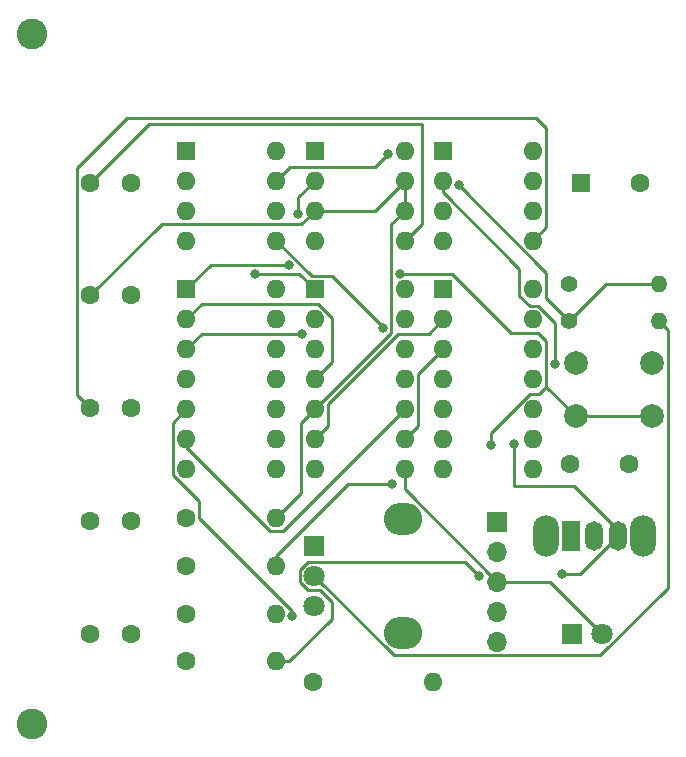
<source format=gbr>
%TF.GenerationSoftware,KiCad,Pcbnew,(7.0.0)*%
%TF.CreationDate,2023-02-28T14:37:34-05:00*%
%TF.ProjectId,8bc_clock_4,3862635f-636c-46f6-936b-5f342e6b6963,rev?*%
%TF.SameCoordinates,Original*%
%TF.FileFunction,Copper,L1,Top*%
%TF.FilePolarity,Positive*%
%FSLAX46Y46*%
G04 Gerber Fmt 4.6, Leading zero omitted, Abs format (unit mm)*
G04 Created by KiCad (PCBNEW (7.0.0)) date 2023-02-28 14:37:34*
%MOMM*%
%LPD*%
G01*
G04 APERTURE LIST*
%TA.AperFunction,ComponentPad*%
%ADD10C,1.400000*%
%TD*%
%TA.AperFunction,ComponentPad*%
%ADD11O,1.400000X1.400000*%
%TD*%
%TA.AperFunction,ComponentPad*%
%ADD12C,1.600000*%
%TD*%
%TA.AperFunction,ComponentPad*%
%ADD13C,2.600000*%
%TD*%
%TA.AperFunction,ComponentPad*%
%ADD14R,1.600000X1.600000*%
%TD*%
%TA.AperFunction,ComponentPad*%
%ADD15O,1.600000X1.600000*%
%TD*%
%TA.AperFunction,ComponentPad*%
%ADD16C,2.000000*%
%TD*%
%TA.AperFunction,ComponentPad*%
%ADD17O,3.240000X2.720000*%
%TD*%
%TA.AperFunction,ComponentPad*%
%ADD18R,1.800000X1.800000*%
%TD*%
%TA.AperFunction,ComponentPad*%
%ADD19C,1.800000*%
%TD*%
%TA.AperFunction,ComponentPad*%
%ADD20R,1.700000X1.700000*%
%TD*%
%TA.AperFunction,ComponentPad*%
%ADD21O,1.700000X1.700000*%
%TD*%
%TA.AperFunction,ComponentPad*%
%ADD22O,2.200000X3.500000*%
%TD*%
%TA.AperFunction,ComponentPad*%
%ADD23R,1.500000X2.500000*%
%TD*%
%TA.AperFunction,ComponentPad*%
%ADD24O,1.500000X2.500000*%
%TD*%
%TA.AperFunction,ViaPad*%
%ADD25C,0.800000*%
%TD*%
%TA.AperFunction,Conductor*%
%ADD26C,0.250000*%
%TD*%
G04 APERTURE END LIST*
D10*
%TO.P,R1,1*%
%TO.N,+5V*%
X152180000Y-74500000D03*
D11*
%TO.P,R1,2*%
%TO.N,Net-(U1-DIS)*%
X159799999Y-74499999D03*
%TD*%
D12*
%TO.P,C7,1*%
%TO.N,GND*%
X111630000Y-104150000D03*
%TO.P,C7,2*%
%TO.N,+5V*%
X115130000Y-104150000D03*
%TD*%
D13*
%TO.P,REF\u002A\u002A\u002A,1*%
%TO.N,N/C*%
X106680000Y-111760000D03*
%TD*%
D14*
%TO.P,U3,1,GND*%
%TO.N,GND*%
X141479999Y-63249999D03*
D15*
%TO.P,U3,2,TR*%
%TO.N,Net-(SW1-A)*%
X141479999Y-65789999D03*
%TO.P,U3,3,Q*%
%TO.N,Net-(U3-Q)*%
X141479999Y-68329999D03*
%TO.P,U3,4,R*%
%TO.N,Net-(SW1-C)*%
X141479999Y-70869999D03*
%TO.P,U3,5,CV*%
%TO.N,Net-(U3-CV)*%
X149099999Y-70869999D03*
%TO.P,U3,6,THR*%
%TO.N,GND*%
X149099999Y-68329999D03*
%TO.P,U3,7,DIS*%
%TO.N,unconnected-(U3-DIS-Pad7)*%
X149099999Y-65789999D03*
%TO.P,U3,8,VCC*%
%TO.N,+5V*%
X149099999Y-63249999D03*
%TD*%
D14*
%TO.P,C2,1*%
%TO.N,Net-(U1-THR)*%
X153174697Y-65949999D03*
D12*
%TO.P,C2,2*%
%TO.N,GND*%
X158174698Y-65950000D03*
%TD*%
%TO.P,R5,1*%
%TO.N,+5V*%
X119730000Y-102450000D03*
D15*
%TO.P,R5,2*%
%TO.N,Net-(SW1-A)*%
X127349999Y-102449999D03*
%TD*%
D14*
%TO.P,U5,1*%
%TO.N,Net-(U1-Q)*%
X130629999Y-74999999D03*
D15*
%TO.P,U5,2*%
%TO.N,Net-(U3-Q)*%
X130629999Y-77539999D03*
%TO.P,U5,3*%
%TO.N,Net-(U5-Pad3)*%
X130629999Y-80079999D03*
%TO.P,U5,4*%
%TO.N,Net-(U4-Pad2)*%
X130629999Y-82619999D03*
%TO.P,U5,5*%
%TO.N,Net-(U2-DIS)*%
X130629999Y-85159999D03*
%TO.P,U5,6*%
%TO.N,Net-(U5-Pad6)*%
X130629999Y-87699999D03*
%TO.P,U5,7,GND*%
%TO.N,GND*%
X130629999Y-90239999D03*
%TO.P,U5,8*%
%TO.N,CLK*%
X138249999Y-90239999D03*
%TO.P,U5,9*%
%TO.N,Net-(U5-Pad9)*%
X138249999Y-87699999D03*
%TO.P,U5,10*%
%TO.N,Net-(U4-Pad6)*%
X138249999Y-85159999D03*
%TO.P,U5,11*%
%TO.N,unconnected-(U5-Pad11)*%
X138249999Y-82619999D03*
%TO.P,U5,12*%
%TO.N,unconnected-(U5-Pad12)*%
X138249999Y-80079999D03*
%TO.P,U5,13*%
%TO.N,unconnected-(U5-Pad13)*%
X138249999Y-77539999D03*
%TO.P,U5,14,VCC*%
%TO.N,+5V*%
X138249999Y-74999999D03*
%TD*%
D14*
%TO.P,U2,1,GND*%
%TO.N,GND*%
X130629999Y-63249999D03*
D15*
%TO.P,U2,2,TR*%
%TO.N,Net-(U2-TR)*%
X130629999Y-65789999D03*
%TO.P,U2,3,Q*%
%TO.N,Net-(U2-DIS)*%
X130629999Y-68329999D03*
%TO.P,U2,4,R*%
%TO.N,+5V*%
X130629999Y-70869999D03*
%TO.P,U2,5,CV*%
%TO.N,Net-(U2-CV)*%
X138249999Y-70869999D03*
%TO.P,U2,6,THR*%
%TO.N,Net-(U2-DIS)*%
X138249999Y-68329999D03*
%TO.P,U2,7,DIS*%
X138249999Y-65789999D03*
%TO.P,U2,8,VCC*%
%TO.N,+5V*%
X138249999Y-63249999D03*
%TD*%
D12*
%TO.P,C6,1*%
%TO.N,+5V*%
X111630000Y-94600000D03*
%TO.P,C6,2*%
%TO.N,GND*%
X115130000Y-94600000D03*
%TD*%
%TO.P,R3,1*%
%TO.N,+5V*%
X119730000Y-94350000D03*
D15*
%TO.P,R3,2*%
%TO.N,Net-(U2-DIS)*%
X127349999Y-94349999D03*
%TD*%
D14*
%TO.P,U6,1*%
%TO.N,Net-(U5-Pad3)*%
X141479999Y-74999999D03*
D15*
%TO.P,U6,2*%
%TO.N,Net-(U5-Pad6)*%
X141479999Y-77539999D03*
%TO.P,U6,3*%
%TO.N,Net-(U5-Pad9)*%
X141479999Y-80079999D03*
%TO.P,U6,4*%
%TO.N,unconnected-(U6-Pad4)*%
X141479999Y-82619999D03*
%TO.P,U6,5*%
%TO.N,unconnected-(U6-Pad5)*%
X141479999Y-85159999D03*
%TO.P,U6,6*%
%TO.N,unconnected-(U6-Pad6)*%
X141479999Y-87699999D03*
%TO.P,U6,7,GND*%
%TO.N,GND*%
X141479999Y-90239999D03*
%TO.P,U6,8*%
%TO.N,unconnected-(U6-Pad8)*%
X149099999Y-90239999D03*
%TO.P,U6,9*%
%TO.N,unconnected-(U6-Pad9)*%
X149099999Y-87699999D03*
%TO.P,U6,10*%
%TO.N,unconnected-(U6-Pad10)*%
X149099999Y-85159999D03*
%TO.P,U6,11*%
%TO.N,unconnected-(U6-Pad11)*%
X149099999Y-82619999D03*
%TO.P,U6,12*%
%TO.N,unconnected-(U6-Pad12)*%
X149099999Y-80079999D03*
%TO.P,U6,13*%
%TO.N,unconnected-(U6-Pad13)*%
X149099999Y-77539999D03*
%TO.P,U6,14,VCC*%
%TO.N,+5V*%
X149099999Y-74999999D03*
%TD*%
D12*
%TO.P,C4,1*%
%TO.N,Net-(U2-DIS)*%
X111630000Y-75500000D03*
%TO.P,C4,2*%
%TO.N,GND*%
X115130000Y-75500000D03*
%TD*%
%TO.P,R4,1*%
%TO.N,+5V*%
X119730000Y-98400000D03*
D15*
%TO.P,R4,2*%
%TO.N,Net-(U2-TR)*%
X127349999Y-98399999D03*
%TD*%
D16*
%TO.P,SW2,1*%
%TO.N,GND*%
X152730000Y-81250000D03*
X159230000Y-81250000D03*
%TO.P,SW2,2*%
%TO.N,Net-(U2-TR)*%
X152730000Y-85750000D03*
X159230000Y-85750000D03*
%TD*%
D17*
%TO.P,RV1,*%
%TO.N,*%
X138099999Y-94459999D03*
X138099999Y-104059999D03*
D18*
%TO.P,RV1,1,1*%
%TO.N,unconnected-(RV1-Pad1)*%
X130599999Y-96759999D03*
D19*
%TO.P,RV1,2,2*%
%TO.N,Net-(R2-Pad2)*%
X130600000Y-99260000D03*
%TO.P,RV1,3,3*%
%TO.N,Net-(U1-THR)*%
X130600000Y-101760000D03*
%TD*%
D13*
%TO.P,REF\u002A\u002A,1*%
%TO.N,N/C*%
X106680000Y-53340000D03*
%TD*%
D18*
%TO.P,D1,1,K*%
%TO.N,Net-(D1-K)*%
X152399999Y-104139999D03*
D19*
%TO.P,D1,2,A*%
%TO.N,CLK*%
X154940000Y-104140000D03*
%TD*%
D12*
%TO.P,C3,1*%
%TO.N,Net-(U2-CV)*%
X111630000Y-65950000D03*
%TO.P,C3,2*%
%TO.N,GND*%
X115130000Y-65950000D03*
%TD*%
D20*
%TO.P,J1,1,Pin_1*%
%TO.N,+5V*%
X146049999Y-94649999D03*
D21*
%TO.P,J1,2,Pin_2*%
%TO.N,GND*%
X146049999Y-97189999D03*
%TO.P,J1,3,Pin_3*%
%TO.N,CLK*%
X146049999Y-99729999D03*
%TO.P,J1,4,Pin_4*%
%TO.N,!CLK*%
X146049999Y-102269999D03*
%TO.P,J1,5,Pin_5*%
%TO.N,HLT*%
X146049999Y-104809999D03*
%TD*%
D12*
%TO.P,R6,1*%
%TO.N,+5V*%
X119730000Y-106500000D03*
D15*
%TO.P,R6,2*%
%TO.N,Net-(SW1-C)*%
X127349999Y-106499999D03*
%TD*%
D12*
%TO.P,R7,1*%
%TO.N,GND*%
X130500000Y-108220000D03*
D15*
%TO.P,R7,2*%
%TO.N,Net-(D1-K)*%
X140659999Y-108219999D03*
%TD*%
D22*
%TO.P,SW1,*%
%TO.N,*%
X150199999Y-95844999D03*
X158399999Y-95844999D03*
D23*
%TO.P,SW1,1,A*%
%TO.N,Net-(SW1-A)*%
X152299999Y-95844999D03*
D24*
%TO.P,SW1,2,B*%
%TO.N,GND*%
X154299999Y-95844999D03*
%TO.P,SW1,3,C*%
%TO.N,Net-(SW1-C)*%
X156299999Y-95844999D03*
%TD*%
D14*
%TO.P,U1,1,GND*%
%TO.N,GND*%
X119779999Y-63249999D03*
D15*
%TO.P,U1,2,TR*%
%TO.N,Net-(U1-THR)*%
X119779999Y-65789999D03*
%TO.P,U1,3,Q*%
%TO.N,Net-(U1-Q)*%
X119779999Y-68329999D03*
%TO.P,U1,4,R*%
%TO.N,+5V*%
X119779999Y-70869999D03*
%TO.P,U1,5,CV*%
%TO.N,Net-(U1-CV)*%
X127399999Y-70869999D03*
%TO.P,U1,6,THR*%
%TO.N,Net-(U1-THR)*%
X127399999Y-68329999D03*
%TO.P,U1,7,DIS*%
%TO.N,Net-(U1-DIS)*%
X127399999Y-65789999D03*
%TO.P,U1,8,VCC*%
%TO.N,+5V*%
X127399999Y-63249999D03*
%TD*%
D10*
%TO.P,R2,1*%
%TO.N,Net-(U1-DIS)*%
X152180000Y-77650000D03*
D11*
%TO.P,R2,2*%
%TO.N,Net-(R2-Pad2)*%
X159799999Y-77649999D03*
%TD*%
D14*
%TO.P,U4,1*%
%TO.N,Net-(U3-Q)*%
X119779999Y-74999999D03*
D15*
%TO.P,U4,2*%
%TO.N,Net-(U4-Pad2)*%
X119779999Y-77539999D03*
%TO.P,U4,3*%
%TO.N,CLK*%
X119779999Y-80079999D03*
%TO.P,U4,4*%
%TO.N,!CLK*%
X119779999Y-82619999D03*
%TO.P,U4,5*%
%TO.N,HLT*%
X119779999Y-85159999D03*
%TO.P,U4,6*%
%TO.N,Net-(U4-Pad6)*%
X119779999Y-87699999D03*
%TO.P,U4,7,GND*%
%TO.N,GND*%
X119779999Y-90239999D03*
%TO.P,U4,8*%
%TO.N,unconnected-(U4-Pad8)*%
X127399999Y-90239999D03*
%TO.P,U4,9*%
%TO.N,unconnected-(U4-Pad9)*%
X127399999Y-87699999D03*
%TO.P,U4,10*%
%TO.N,unconnected-(U4-Pad10)*%
X127399999Y-85159999D03*
%TO.P,U4,11*%
%TO.N,unconnected-(U4-Pad11)*%
X127399999Y-82619999D03*
%TO.P,U4,12*%
%TO.N,unconnected-(U4-Pad12)*%
X127399999Y-80079999D03*
%TO.P,U4,13*%
%TO.N,unconnected-(U4-Pad13)*%
X127399999Y-77539999D03*
%TO.P,U4,14,VCC*%
%TO.N,+5V*%
X127399999Y-74999999D03*
%TD*%
D12*
%TO.P,C5,1*%
%TO.N,Net-(U3-CV)*%
X111630000Y-85050000D03*
%TO.P,C5,2*%
%TO.N,GND*%
X115130000Y-85050000D03*
%TD*%
%TO.P,C1,1*%
%TO.N,Net-(U1-CV)*%
X152280000Y-89800000D03*
%TO.P,C1,2*%
%TO.N,GND*%
X157280000Y-89800000D03*
%TD*%
D25*
%TO.N,Net-(U2-TR)*%
X145537700Y-88142300D03*
X137160000Y-91440000D03*
%TO.N,Net-(U3-Q)*%
X128439872Y-72934470D03*
%TO.N,HLT*%
X128734864Y-102651875D03*
%TO.N,Net-(SW1-C)*%
X144558509Y-99263108D03*
X151575500Y-99060000D03*
X147514102Y-88069502D03*
%TO.N,Net-(SW1-A)*%
X150949500Y-81280000D03*
%TO.N,Net-(U2-TR)*%
X129265917Y-68642863D03*
X137849500Y-73659028D03*
%TO.N,Net-(U1-CV)*%
X136400500Y-78284502D03*
%TO.N,Net-(U1-Q)*%
X125550500Y-73658970D03*
%TO.N,CLK*%
X129540000Y-78740000D03*
%TO.N,Net-(U1-DIS)*%
X142820972Y-66190500D03*
X136885917Y-63562863D03*
%TD*%
D26*
%TO.N,Net-(U2-TR)*%
X149650000Y-83820000D02*
X150225000Y-83245000D01*
X148849009Y-83820000D02*
X149650000Y-83820000D01*
X145537700Y-87131309D02*
X148849009Y-83820000D01*
X145537700Y-88142300D02*
X145537700Y-87131309D01*
X133470000Y-91440000D02*
X137160000Y-91440000D01*
X127350000Y-97560000D02*
X133470000Y-91440000D01*
X127350000Y-98400000D02*
X127350000Y-97560000D01*
%TO.N,Net-(U5-Pad9)*%
X139375000Y-82185000D02*
X139375000Y-86575000D01*
X139375000Y-86575000D02*
X138250000Y-87700000D01*
X141480000Y-80080000D02*
X139375000Y-82185000D01*
%TO.N,Net-(U5-Pad6)*%
X140280000Y-78740000D02*
X141480000Y-77540000D01*
X131755000Y-84671396D02*
X137686396Y-78740000D01*
X131755000Y-86575000D02*
X131755000Y-84671396D01*
X130630000Y-87700000D02*
X131755000Y-86575000D01*
X137686396Y-78740000D02*
X140280000Y-78740000D01*
%TO.N,Net-(U3-Q)*%
X128439372Y-72933970D02*
X128439872Y-72934470D01*
X121846030Y-72933970D02*
X128439372Y-72933970D01*
X119780000Y-75000000D02*
X121846030Y-72933970D01*
%TO.N,Net-(U4-Pad2)*%
X132080000Y-81170000D02*
X130630000Y-82620000D01*
X130880991Y-76200000D02*
X132080000Y-77399009D01*
X121120000Y-76200000D02*
X130880991Y-76200000D01*
X132080000Y-77399009D02*
X132080000Y-81170000D01*
X119780000Y-77540000D02*
X121120000Y-76200000D01*
%TO.N,Net-(U4-Pad6)*%
X127935000Y-95475000D02*
X138250000Y-85160000D01*
X126884009Y-95475000D02*
X127935000Y-95475000D01*
X119780000Y-88370991D02*
X126884009Y-95475000D01*
X119780000Y-87700000D02*
X119780000Y-88370991D01*
%TO.N,HLT*%
X118655000Y-86285000D02*
X119780000Y-85160000D01*
X118655000Y-90705991D02*
X118655000Y-86285000D01*
X120855000Y-92905991D02*
X118655000Y-90705991D01*
X120855000Y-94364009D02*
X120855000Y-92905991D01*
X128734864Y-102243873D02*
X120855000Y-94364009D01*
X128734864Y-102651875D02*
X128734864Y-102243873D01*
%TO.N,Net-(SW1-C)*%
X153105280Y-99060000D02*
X156300000Y-95865280D01*
X156300000Y-95865280D02*
X156300000Y-95845000D01*
X151575500Y-99060000D02*
X153105280Y-99060000D01*
X143330401Y-98035000D02*
X144558509Y-99263108D01*
X130092588Y-98035000D02*
X143330401Y-98035000D01*
X129375000Y-98752588D02*
X130092588Y-98035000D01*
X131107412Y-100485000D02*
X130092588Y-100485000D01*
X132080000Y-101457588D02*
X131107412Y-100485000D01*
X132080000Y-102901370D02*
X132080000Y-101457588D01*
X128481370Y-106500000D02*
X132080000Y-102901370D01*
X127350000Y-106500000D02*
X128481370Y-106500000D01*
X130092588Y-100485000D02*
X129375000Y-99767412D01*
X129375000Y-99767412D02*
X129375000Y-98752588D01*
X152594102Y-91634102D02*
X156300000Y-95340000D01*
X147514102Y-91634102D02*
X152594102Y-91634102D01*
X147514102Y-88069502D02*
X147514102Y-91634102D01*
X156300000Y-95340000D02*
X156300000Y-95845000D01*
%TO.N,Net-(SW1-A)*%
X148845000Y-76415000D02*
X149565991Y-76415000D01*
X150949500Y-77798509D02*
X150949500Y-81280000D01*
X149565991Y-76415000D02*
X150949500Y-77798509D01*
X147975000Y-75545000D02*
X148845000Y-76415000D01*
X147975000Y-73234009D02*
X147975000Y-75545000D01*
X141480000Y-66739009D02*
X147975000Y-73234009D01*
X141480000Y-65790000D02*
X141480000Y-66739009D01*
%TO.N,Net-(U2-TR)*%
X129265917Y-67154083D02*
X130630000Y-65790000D01*
X142239028Y-73659028D02*
X137849500Y-73659028D01*
X150225000Y-79324009D02*
X149565991Y-78665000D01*
X147245000Y-78665000D02*
X142239028Y-73659028D01*
X150225000Y-83245000D02*
X150225000Y-79324009D01*
X149565991Y-78665000D02*
X147245000Y-78665000D01*
X152730000Y-85750000D02*
X150225000Y-83245000D01*
X129265917Y-68642863D02*
X129265917Y-67154083D01*
X159230000Y-85750000D02*
X152730000Y-85750000D01*
%TO.N,Net-(U1-CV)*%
X136400500Y-78204104D02*
X136400500Y-78284502D01*
X132071396Y-73875000D02*
X136400500Y-78204104D01*
X130405000Y-73875000D02*
X132071396Y-73875000D01*
X127400000Y-70870000D02*
X130405000Y-73875000D01*
%TO.N,Net-(U1-Q)*%
X129288970Y-73658970D02*
X130630000Y-75000000D01*
X125550500Y-73658970D02*
X129288970Y-73658970D01*
%TO.N,CLK*%
X121120000Y-78740000D02*
X119780000Y-80080000D01*
X129540000Y-78740000D02*
X121120000Y-78740000D01*
X138250000Y-91930000D02*
X138250000Y-90240000D01*
X146050000Y-99730000D02*
X138250000Y-91930000D01*
X150530000Y-99730000D02*
X146050000Y-99730000D01*
X154940000Y-104140000D02*
X150530000Y-99730000D01*
%TO.N,Net-(R2-Pad2)*%
X160555000Y-100257412D02*
X154827412Y-105985000D01*
X154827412Y-105985000D02*
X137325000Y-105985000D01*
X137325000Y-105985000D02*
X130600000Y-99260000D01*
X160555000Y-78405000D02*
X160555000Y-100257412D01*
X159800000Y-77650000D02*
X160555000Y-78405000D01*
%TO.N,Net-(U1-DIS)*%
X155330000Y-74500000D02*
X159800000Y-74500000D01*
X152180000Y-77650000D02*
X155330000Y-74500000D01*
X150225000Y-73594528D02*
X150225000Y-75695000D01*
X142820972Y-66190500D02*
X150225000Y-73594528D01*
X150225000Y-75695000D02*
X152180000Y-77650000D01*
X135783780Y-64665000D02*
X136885917Y-63562863D01*
X128525000Y-64665000D02*
X135783780Y-64665000D01*
X127400000Y-65790000D02*
X128525000Y-64665000D01*
%TO.N,Net-(U3-CV)*%
X149410000Y-60510000D02*
X150225000Y-61325000D01*
X114750000Y-60510000D02*
X149410000Y-60510000D01*
X150225000Y-61325000D02*
X150225000Y-69745000D01*
X110505000Y-64755000D02*
X114750000Y-60510000D01*
X150225000Y-69745000D02*
X149100000Y-70870000D01*
X110505000Y-83925000D02*
X110505000Y-64755000D01*
X111630000Y-85050000D02*
X110505000Y-83925000D01*
%TO.N,Net-(U2-DIS)*%
X129505000Y-86285000D02*
X129505000Y-92195000D01*
X132025000Y-83765000D02*
X129505000Y-86285000D01*
X132025000Y-83765000D02*
X130630000Y-85160000D01*
X137125000Y-78665000D02*
X132025000Y-83765000D01*
X129505000Y-92195000D02*
X127350000Y-94350000D01*
X138250000Y-68330000D02*
X137125000Y-69455000D01*
X137125000Y-69455000D02*
X137125000Y-78665000D01*
X138250000Y-68330000D02*
X138250000Y-65790000D01*
X130630000Y-68330000D02*
X135710000Y-68330000D01*
X135710000Y-68330000D02*
X138250000Y-65790000D01*
%TO.N,Net-(U2-CV)*%
X139700000Y-60960000D02*
X139700000Y-69420000D01*
X139700000Y-69420000D02*
X138250000Y-70870000D01*
X116620000Y-60960000D02*
X139700000Y-60960000D01*
X111630000Y-65950000D02*
X116620000Y-60960000D01*
%TO.N,Net-(U2-DIS)*%
X129505000Y-69455000D02*
X130630000Y-68330000D01*
X111630000Y-75500000D02*
X117675000Y-69455000D01*
X117675000Y-69455000D02*
X129505000Y-69455000D01*
%TD*%
M02*

</source>
